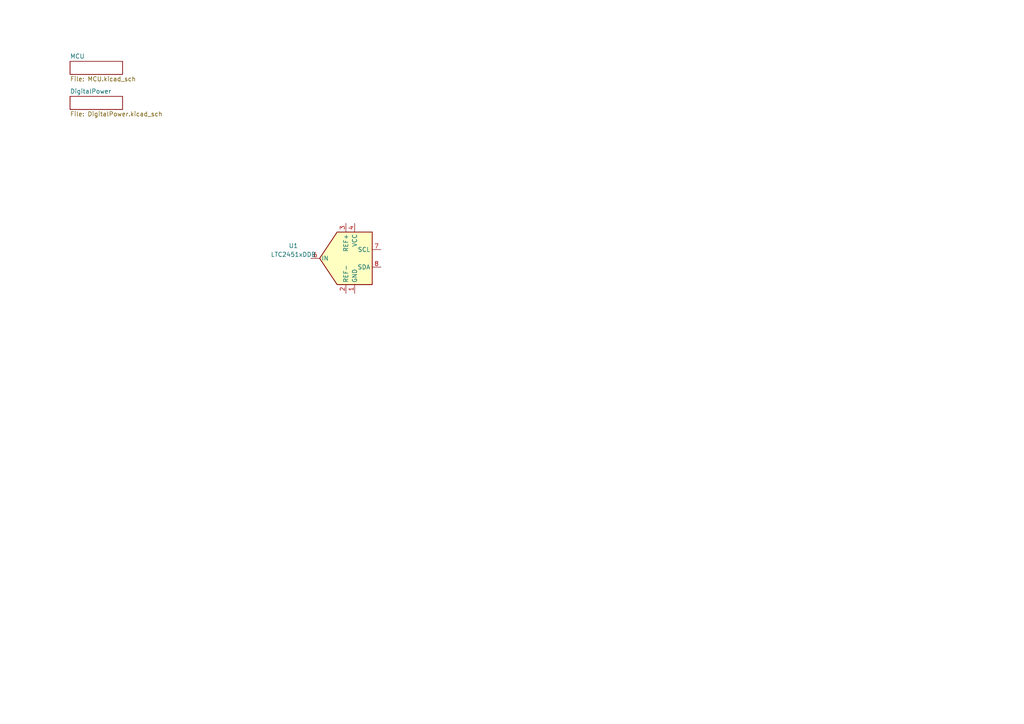
<source format=kicad_sch>
(kicad_sch (version 20230121) (generator eeschema)
  (paper "A4")
  (lib_symbols
    (symbol "Analog_ADC:LTC2451xDDB"
      (property "Reference" "U" (at -6.35 8.89 0))
      (property "Value" "LTC2451xDDB" (at 11.43 8.89 0))
      (symbol "LTC2451xDDB_1_1"
        (polyline (pts (xy -2.54 7.62) (xy 3.81 7.62) (xy 7.62 7.62) (xy 7.62 -7.62) (xy -2.54 -7.62) (xy -7.62 0) (xy -2.54 7.62)) (stroke (width 0.254)) (fill (type background)))
        (pin power_in line (at 2.54 -10.16 90) (length 2.54) (name "GND") (number "1"))
        (pin power_in line (at 0 -10.16 90) (length 2.54) (name "REF-") (number "2"))
        (pin power_in line (at 0 10.16 270) (length 2.54) (name "REF+") (number "3"))
        (pin power_in line (at 2.54 10.16 270) (length 2.54) (name "VCC") (number "4"))
        (pin passive line (at 2.54 -10.16 90) (length 2.54) hide (name "GND") (number "5"))
        (pin input line (at -10.16 0 0) (length 2.54) (name "IN") (number "6"))
        (pin input line (at 10.16 2.54 180) (length 2.54) (name "SCL") (number "7"))
        (pin bidirectional line (at 10.16 -2.54 180) (length 2.54) (name "SDA") (number "8"))
        (pin passive line (at 2.54 -10.16 90) (length 2.54) hide (name "GND") (number "9"))
      )
    )
  )
  (symbol (lib_id "Analog_ADC:LTC2451xDDB") (at 100.33 74.93 0) (unit 1)
    (property "Reference" "U1" (at 85.09 71.2821 0))
    (property "Value" "LTC2451xDDB" (at 85.09 73.8221 0))
    (property "Footprint" "Package_DFN_QFN:DFN-8-1EP_2x3mm_P0.5mm_EP0.56x2.15mm" (effects hide))
    (property "Datasheet" "https://www.analog.com/media/en/technical-documentation/data-sheets/2451fg.pdf" (effects hide))
  )
  (sheet (at 20.32 17.78) (size 15.24 3.81) (stroke (width 0.1524))
    (property "Sheetname" "MCU" (at 20.32 17.0684 0) (effects (justify left bottom)))
    (property "Sheetfile" "MCU.kicad_sch" (at 20.32 22.1746 0) (effects (justify left top)))
  )
  (sheet (at 20.32 27.94) (size 15.24 3.81) (stroke (width 0.1524))
    (property "Sheetname" "DigitalPower" (at 20.32 27.2284 0) (effects (justify left bottom)))
    (property "Sheetfile" "DigitalPower.kicad_sch" (at 20.32 32.3346 0) (effects (justify left top)))
  )
)
</source>
